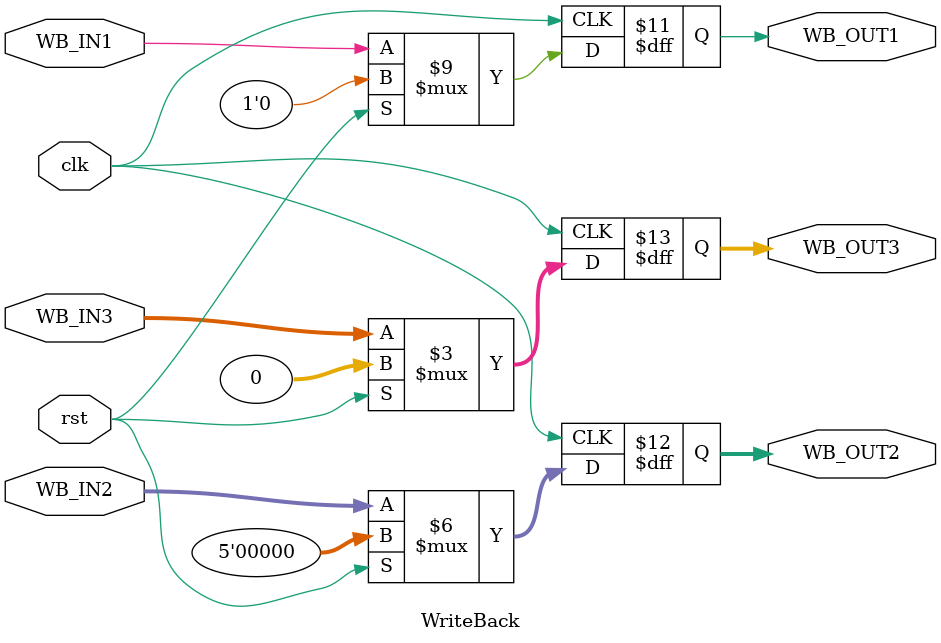
<source format=sv>
module WriteBack (
    input logic clk,
    input logic rst,

    input logic WB_IN1,
    input logic [4:0] WB_IN2,
    input logic [31:0] WB_IN3,

    output logic WB_OUT1,
    output logic [4:0] WB_OUT2,
    output logic [31:0] WB_OUT3
);

    always_ff @(posedge clk) begin
		if(rst) begin
			WB_OUT1 <= 0;
			WB_OUT2 <= 0;
			WB_OUT3 <= 0;
		end
		else begin
			WB_OUT1 <= WB_IN1;
			WB_OUT2 <= WB_IN2;
			WB_OUT3 <= WB_IN3;
		end
    end

endmodule
</source>
